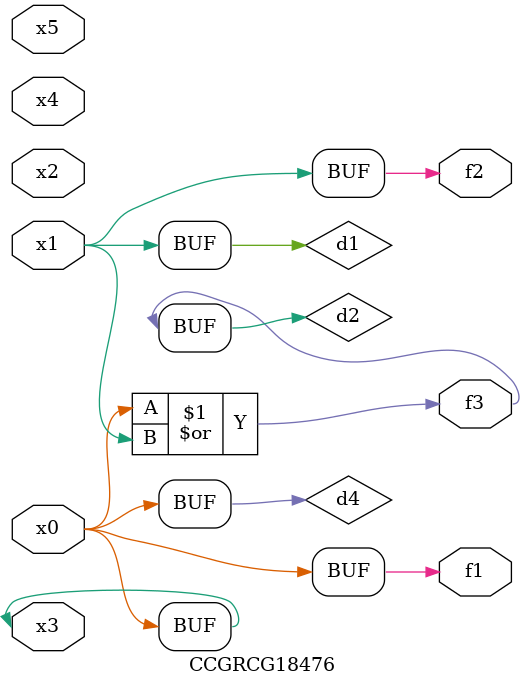
<source format=v>
module CCGRCG18476(
	input x0, x1, x2, x3, x4, x5,
	output f1, f2, f3
);

	wire d1, d2, d3, d4;

	and (d1, x1);
	or (d2, x0, x1);
	nand (d3, x0, x5);
	buf (d4, x0, x3);
	assign f1 = d4;
	assign f2 = d1;
	assign f3 = d2;
endmodule

</source>
